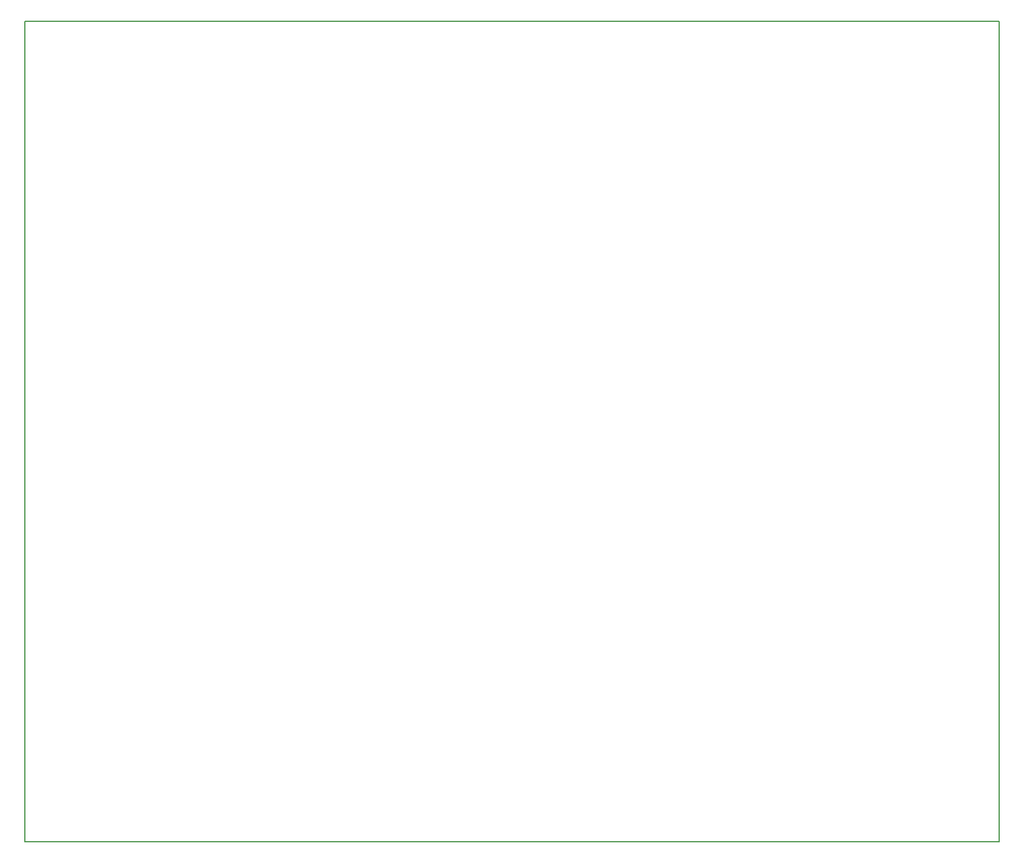
<source format=gbr>
G04 PROTEUS GERBER X2 FILE*
%TF.GenerationSoftware,Labcenter,Proteus,8.9-SP0-Build27865*%
%TF.CreationDate,2020-09-22T21:26:54+00:00*%
%TF.FileFunction,NonPlated,1,4,NPTH*%
%TF.FilePolarity,Positive*%
%TF.Part,Single*%
%TF.SameCoordinates,{f185f003-b8c0-4bff-ac61-c446508f75ad}*%
%FSLAX45Y45*%
%MOMM*%
G01*
%TA.AperFunction,Profile*%
%ADD37C,0.203200*%
%TD.AperFunction*%
D37*
X-9980000Y-2290000D02*
X+3960000Y-2290000D01*
X+3960000Y+9460000D01*
X-9980000Y+9460000D01*
X-9980000Y-2290000D01*
M02*

</source>
